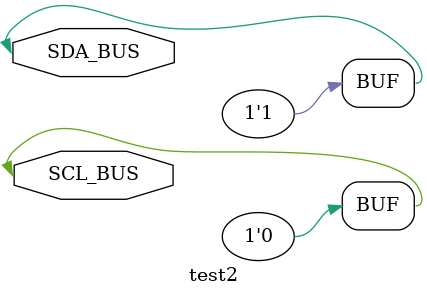
<source format=v>
`timescale 1ns / 1ps
module test2( SDA_BUS, SCL_BUS);
inout SDA_BUS, SCL_BUS;

assign SDA_BUS = 1;
assign SCL_BUS = 0;

endmodule

</source>
